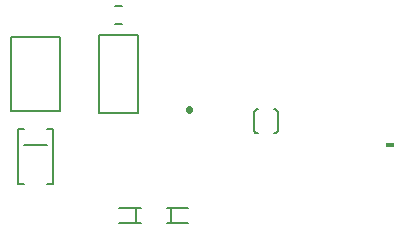
<source format=gbo>
G75*
%MOIN*%
%OFA0B0*%
%FSLAX25Y25*%
%IPPOS*%
%LPD*%
%AMOC8*
5,1,8,0,0,1.08239X$1,22.5*
%
%ADD10C,0.00800*%
%ADD11C,0.02200*%
%ADD12R,0.03000X0.01800*%
%ADD13C,0.00500*%
D10*
X0015521Y0024339D02*
X0017293Y0024339D01*
X0015521Y0024339D02*
X0015521Y0042449D01*
X0017293Y0042449D01*
X0017293Y0037331D02*
X0025167Y0037331D01*
X0025167Y0042449D02*
X0026938Y0042449D01*
X0026938Y0024339D01*
X0025167Y0024339D01*
X0049182Y0016268D02*
X0054694Y0016268D01*
X0054694Y0011150D01*
X0049182Y0011150D01*
X0054694Y0011150D02*
X0056269Y0011150D01*
X0056269Y0016268D02*
X0054694Y0016268D01*
X0064930Y0016268D02*
X0066505Y0016268D01*
X0066505Y0011150D01*
X0072017Y0011150D01*
X0072017Y0016268D02*
X0066505Y0016268D01*
X0066505Y0011150D02*
X0064930Y0011150D01*
X0094064Y0042056D02*
X0094064Y0048355D01*
X0094079Y0048416D01*
X0094097Y0048477D01*
X0094119Y0048536D01*
X0094144Y0048594D01*
X0094174Y0048649D01*
X0094206Y0048703D01*
X0094242Y0048755D01*
X0094281Y0048805D01*
X0094323Y0048852D01*
X0094368Y0048896D01*
X0094416Y0048937D01*
X0094466Y0048975D01*
X0094519Y0049010D01*
X0094573Y0049042D01*
X0094630Y0049070D01*
X0094688Y0049095D01*
X0094747Y0049116D01*
X0094808Y0049133D01*
X0094870Y0049146D01*
X0094932Y0049155D01*
X0094995Y0049161D01*
X0095058Y0049162D01*
X0095121Y0049159D01*
X0095184Y0049153D01*
X0095246Y0049143D01*
X0100757Y0049143D02*
X0100817Y0049153D01*
X0100877Y0049159D01*
X0100938Y0049162D01*
X0100998Y0049161D01*
X0101059Y0049157D01*
X0101119Y0049148D01*
X0101178Y0049137D01*
X0101237Y0049121D01*
X0101295Y0049102D01*
X0101351Y0049080D01*
X0101406Y0049054D01*
X0101459Y0049025D01*
X0101511Y0048993D01*
X0101560Y0048958D01*
X0101608Y0048920D01*
X0101652Y0048879D01*
X0101695Y0048836D01*
X0101734Y0048790D01*
X0101771Y0048742D01*
X0101805Y0048691D01*
X0101835Y0048639D01*
X0101863Y0048585D01*
X0101887Y0048529D01*
X0101908Y0048472D01*
X0101925Y0048414D01*
X0101939Y0048355D01*
X0101938Y0048355D02*
X0101938Y0042056D01*
X0101939Y0042055D02*
X0101925Y0041996D01*
X0101908Y0041938D01*
X0101887Y0041881D01*
X0101863Y0041825D01*
X0101835Y0041771D01*
X0101805Y0041719D01*
X0101771Y0041668D01*
X0101734Y0041620D01*
X0101695Y0041574D01*
X0101652Y0041531D01*
X0101608Y0041490D01*
X0101560Y0041452D01*
X0101511Y0041417D01*
X0101459Y0041385D01*
X0101406Y0041356D01*
X0101351Y0041330D01*
X0101295Y0041308D01*
X0101237Y0041289D01*
X0101178Y0041273D01*
X0101119Y0041262D01*
X0101059Y0041253D01*
X0100998Y0041249D01*
X0100938Y0041248D01*
X0100877Y0041251D01*
X0100817Y0041257D01*
X0100757Y0041267D01*
X0095246Y0041267D02*
X0095184Y0041257D01*
X0095121Y0041251D01*
X0095058Y0041248D01*
X0094995Y0041249D01*
X0094932Y0041255D01*
X0094870Y0041264D01*
X0094808Y0041277D01*
X0094747Y0041294D01*
X0094688Y0041315D01*
X0094630Y0041340D01*
X0094573Y0041368D01*
X0094519Y0041400D01*
X0094466Y0041435D01*
X0094416Y0041473D01*
X0094368Y0041514D01*
X0094323Y0041558D01*
X0094281Y0041605D01*
X0094242Y0041655D01*
X0094206Y0041707D01*
X0094174Y0041761D01*
X0094144Y0041816D01*
X0094119Y0041874D01*
X0094097Y0041933D01*
X0094079Y0041994D01*
X0094064Y0042055D01*
X0055289Y0048053D02*
X0055289Y0073853D01*
X0042289Y0073853D01*
X0042289Y0048053D01*
X0055289Y0048053D01*
X0029480Y0048703D02*
X0029480Y0073203D01*
X0012980Y0073203D01*
X0012980Y0048703D01*
X0029480Y0048703D01*
D11*
X0072411Y0049022D02*
X0072411Y0049262D01*
D12*
X0139340Y0037331D03*
D13*
X0049989Y0077738D02*
X0047589Y0077738D01*
X0047589Y0083538D02*
X0049989Y0083538D01*
M02*

</source>
